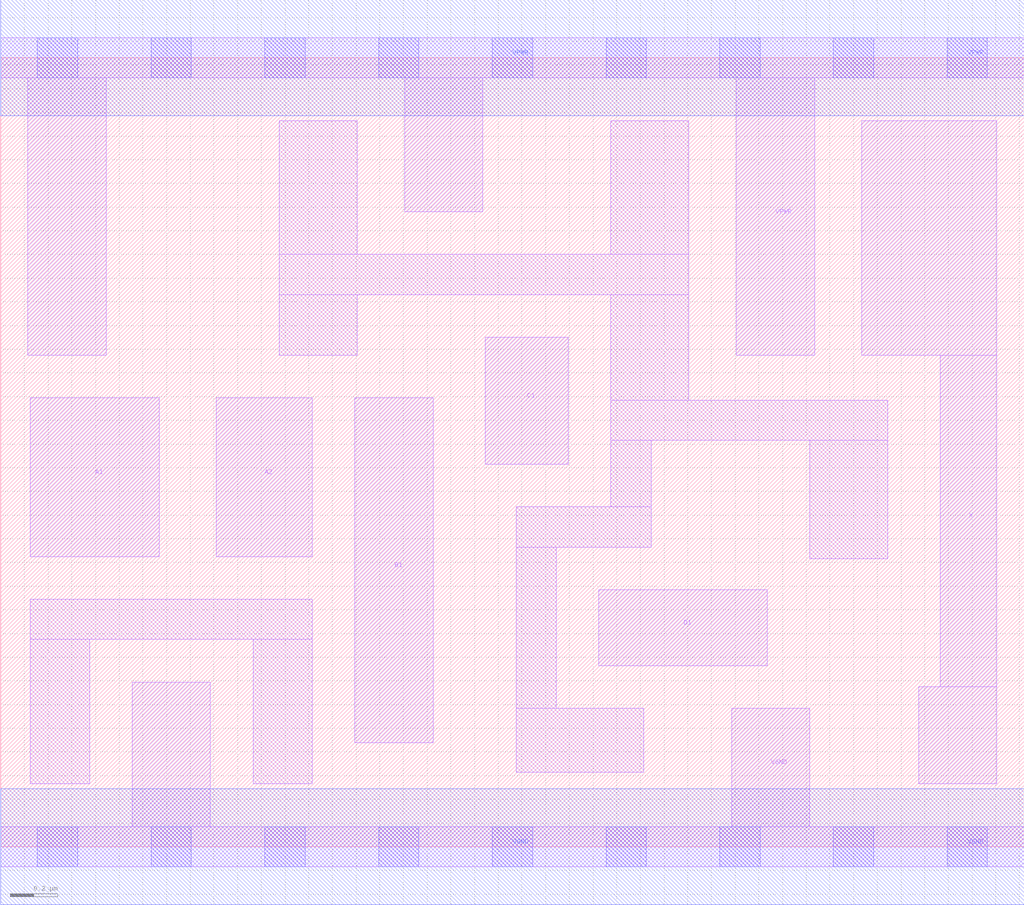
<source format=lef>
# Copyright 2020 The SkyWater PDK Authors
#
# Licensed under the Apache License, Version 2.0 (the "License");
# you may not use this file except in compliance with the License.
# You may obtain a copy of the License at
#
#     https://www.apache.org/licenses/LICENSE-2.0
#
# Unless required by applicable law or agreed to in writing, software
# distributed under the License is distributed on an "AS IS" BASIS,
# WITHOUT WARRANTIES OR CONDITIONS OF ANY KIND, either express or implied.
# See the License for the specific language governing permissions and
# limitations under the License.
#
# SPDX-License-Identifier: Apache-2.0

VERSION 5.7 ;
  NAMESCASESENSITIVE ON ;
  NOWIREEXTENSIONATPIN ON ;
  DIVIDERCHAR "/" ;
  BUSBITCHARS "[]" ;
UNITS
  DATABASE MICRONS 200 ;
END UNITS
MACRO sky130_fd_sc_lp__o2111a_lp
  CLASS CORE ;
  SOURCE USER ;
  FOREIGN sky130_fd_sc_lp__o2111a_lp ;
  ORIGIN  0.000000  0.000000 ;
  SIZE  4.320000 BY  3.330000 ;
  SYMMETRY X Y R90 ;
  SITE unit ;
  PIN A1
    ANTENNAGATEAREA  0.313000 ;
    DIRECTION INPUT ;
    USE SIGNAL ;
    PORT
      LAYER li1 ;
        RECT 0.125000 1.225000 0.670000 1.895000 ;
    END
  END A1
  PIN A2
    ANTENNAGATEAREA  0.313000 ;
    DIRECTION INPUT ;
    USE SIGNAL ;
    PORT
      LAYER li1 ;
        RECT 0.910000 1.225000 1.315000 1.895000 ;
    END
  END A2
  PIN B1
    ANTENNAGATEAREA  0.313000 ;
    DIRECTION INPUT ;
    USE SIGNAL ;
    PORT
      LAYER li1 ;
        RECT 1.495000 0.440000 1.825000 1.895000 ;
    END
  END B1
  PIN C1
    ANTENNAGATEAREA  0.313000 ;
    DIRECTION INPUT ;
    USE SIGNAL ;
    PORT
      LAYER li1 ;
        RECT 2.045000 1.615000 2.395000 2.150000 ;
    END
  END C1
  PIN D1
    ANTENNAGATEAREA  0.313000 ;
    DIRECTION INPUT ;
    USE SIGNAL ;
    PORT
      LAYER li1 ;
        RECT 2.525000 0.765000 3.235000 1.085000 ;
    END
  END D1
  PIN X
    ANTENNADIFFAREA  0.404700 ;
    DIRECTION OUTPUT ;
    USE SIGNAL ;
    PORT
      LAYER li1 ;
        RECT 3.635000 2.075000 4.205000 3.065000 ;
        RECT 3.875000 0.265000 4.205000 0.675000 ;
        RECT 3.965000 0.675000 4.205000 2.075000 ;
    END
  END X
  PIN VGND
    DIRECTION INOUT ;
    USE GROUND ;
    PORT
      LAYER li1 ;
        RECT 0.000000 -0.085000 4.320000 0.085000 ;
        RECT 0.555000  0.085000 0.885000 0.695000 ;
        RECT 3.085000  0.085000 3.415000 0.585000 ;
      LAYER mcon ;
        RECT 0.155000 -0.085000 0.325000 0.085000 ;
        RECT 0.635000 -0.085000 0.805000 0.085000 ;
        RECT 1.115000 -0.085000 1.285000 0.085000 ;
        RECT 1.595000 -0.085000 1.765000 0.085000 ;
        RECT 2.075000 -0.085000 2.245000 0.085000 ;
        RECT 2.555000 -0.085000 2.725000 0.085000 ;
        RECT 3.035000 -0.085000 3.205000 0.085000 ;
        RECT 3.515000 -0.085000 3.685000 0.085000 ;
        RECT 3.995000 -0.085000 4.165000 0.085000 ;
      LAYER met1 ;
        RECT 0.000000 -0.245000 4.320000 0.245000 ;
    END
  END VGND
  PIN VPWR
    DIRECTION INOUT ;
    USE POWER ;
    PORT
      LAYER li1 ;
        RECT 0.000000 3.245000 4.320000 3.415000 ;
        RECT 0.115000 2.075000 0.445000 3.245000 ;
        RECT 1.705000 2.680000 2.035000 3.245000 ;
        RECT 3.105000 2.075000 3.435000 3.245000 ;
      LAYER mcon ;
        RECT 0.155000 3.245000 0.325000 3.415000 ;
        RECT 0.635000 3.245000 0.805000 3.415000 ;
        RECT 1.115000 3.245000 1.285000 3.415000 ;
        RECT 1.595000 3.245000 1.765000 3.415000 ;
        RECT 2.075000 3.245000 2.245000 3.415000 ;
        RECT 2.555000 3.245000 2.725000 3.415000 ;
        RECT 3.035000 3.245000 3.205000 3.415000 ;
        RECT 3.515000 3.245000 3.685000 3.415000 ;
        RECT 3.995000 3.245000 4.165000 3.415000 ;
      LAYER met1 ;
        RECT 0.000000 3.085000 4.320000 3.575000 ;
    END
  END VPWR
  OBS
    LAYER li1 ;
      RECT 0.125000 0.265000 0.375000 0.875000 ;
      RECT 0.125000 0.875000 1.315000 1.045000 ;
      RECT 1.065000 0.265000 1.315000 0.875000 ;
      RECT 1.175000 2.075000 1.505000 2.330000 ;
      RECT 1.175000 2.330000 2.905000 2.500000 ;
      RECT 1.175000 2.500000 1.505000 3.065000 ;
      RECT 2.175000 0.315000 2.715000 0.585000 ;
      RECT 2.175000 0.585000 2.345000 1.265000 ;
      RECT 2.175000 1.265000 2.745000 1.435000 ;
      RECT 2.575000 1.435000 2.745000 1.715000 ;
      RECT 2.575000 1.715000 3.745000 1.885000 ;
      RECT 2.575000 1.885000 2.905000 2.330000 ;
      RECT 2.575000 2.500000 2.905000 3.065000 ;
      RECT 3.415000 1.215000 3.745000 1.715000 ;
  END
END sky130_fd_sc_lp__o2111a_lp

</source>
